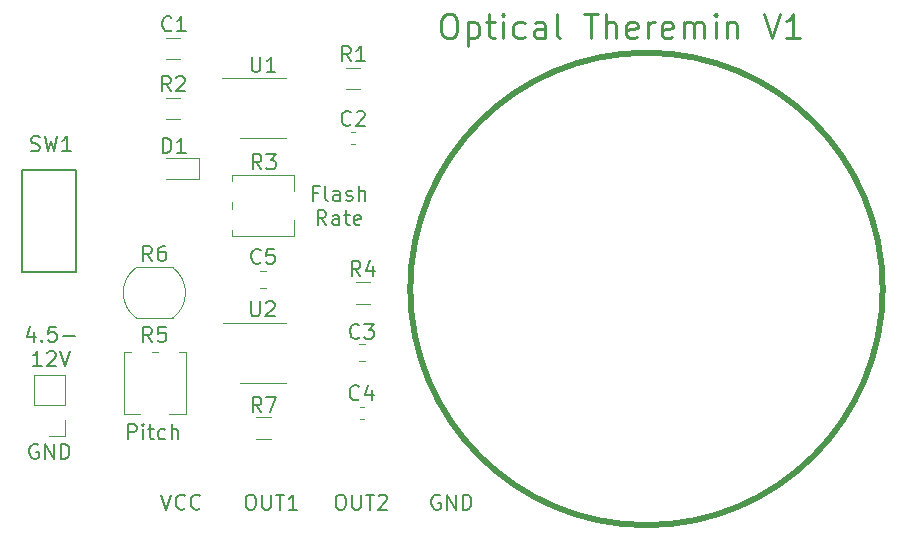
<source format=gbr>
G04 #@! TF.GenerationSoftware,KiCad,Pcbnew,(5.1.5)-3*
G04 #@! TF.CreationDate,2020-06-16T01:41:36-04:00*
G04 #@! TF.ProjectId,SMT-Theremin-v1,534d542d-5468-4657-9265-6d696e2d7631,rev?*
G04 #@! TF.SameCoordinates,Original*
G04 #@! TF.FileFunction,Legend,Top*
G04 #@! TF.FilePolarity,Positive*
%FSLAX46Y46*%
G04 Gerber Fmt 4.6, Leading zero omitted, Abs format (unit mm)*
G04 Created by KiCad (PCBNEW (5.1.5)-3) date 2020-06-16 01:41:36*
%MOMM*%
%LPD*%
G04 APERTURE LIST*
%ADD10C,0.177800*%
%ADD11C,0.254000*%
%ADD12C,0.500000*%
%ADD13C,0.120000*%
%ADD14C,0.150000*%
G04 APERTURE END LIST*
D10*
X117142380Y-113030000D02*
X117021428Y-112969523D01*
X116840000Y-112969523D01*
X116658571Y-113030000D01*
X116537619Y-113150952D01*
X116477142Y-113271904D01*
X116416666Y-113513809D01*
X116416666Y-113695238D01*
X116477142Y-113937142D01*
X116537619Y-114058095D01*
X116658571Y-114179047D01*
X116840000Y-114239523D01*
X116960952Y-114239523D01*
X117142380Y-114179047D01*
X117202857Y-114118571D01*
X117202857Y-113695238D01*
X116960952Y-113695238D01*
X117747142Y-114239523D02*
X117747142Y-112969523D01*
X118472857Y-114239523D01*
X118472857Y-112969523D01*
X119077619Y-114239523D02*
X119077619Y-112969523D01*
X119380000Y-112969523D01*
X119561428Y-113030000D01*
X119682380Y-113150952D01*
X119742857Y-113271904D01*
X119803333Y-113513809D01*
X119803333Y-113695238D01*
X119742857Y-113937142D01*
X119682380Y-114058095D01*
X119561428Y-114179047D01*
X119380000Y-114239523D01*
X119077619Y-114239523D01*
X108615238Y-112969523D02*
X108857142Y-112969523D01*
X108978095Y-113030000D01*
X109099047Y-113150952D01*
X109159523Y-113392857D01*
X109159523Y-113816190D01*
X109099047Y-114058095D01*
X108978095Y-114179047D01*
X108857142Y-114239523D01*
X108615238Y-114239523D01*
X108494285Y-114179047D01*
X108373333Y-114058095D01*
X108312857Y-113816190D01*
X108312857Y-113392857D01*
X108373333Y-113150952D01*
X108494285Y-113030000D01*
X108615238Y-112969523D01*
X109703809Y-112969523D02*
X109703809Y-113997619D01*
X109764285Y-114118571D01*
X109824761Y-114179047D01*
X109945714Y-114239523D01*
X110187619Y-114239523D01*
X110308571Y-114179047D01*
X110369047Y-114118571D01*
X110429523Y-113997619D01*
X110429523Y-112969523D01*
X110852857Y-112969523D02*
X111578571Y-112969523D01*
X111215714Y-114239523D02*
X111215714Y-112969523D01*
X111941428Y-113090476D02*
X112001904Y-113030000D01*
X112122857Y-112969523D01*
X112425238Y-112969523D01*
X112546190Y-113030000D01*
X112606666Y-113090476D01*
X112667142Y-113211428D01*
X112667142Y-113332380D01*
X112606666Y-113513809D01*
X111880952Y-114239523D01*
X112667142Y-114239523D01*
X100995238Y-112969523D02*
X101237142Y-112969523D01*
X101358095Y-113030000D01*
X101479047Y-113150952D01*
X101539523Y-113392857D01*
X101539523Y-113816190D01*
X101479047Y-114058095D01*
X101358095Y-114179047D01*
X101237142Y-114239523D01*
X100995238Y-114239523D01*
X100874285Y-114179047D01*
X100753333Y-114058095D01*
X100692857Y-113816190D01*
X100692857Y-113392857D01*
X100753333Y-113150952D01*
X100874285Y-113030000D01*
X100995238Y-112969523D01*
X102083809Y-112969523D02*
X102083809Y-113997619D01*
X102144285Y-114118571D01*
X102204761Y-114179047D01*
X102325714Y-114239523D01*
X102567619Y-114239523D01*
X102688571Y-114179047D01*
X102749047Y-114118571D01*
X102809523Y-113997619D01*
X102809523Y-112969523D01*
X103232857Y-112969523D02*
X103958571Y-112969523D01*
X103595714Y-114239523D02*
X103595714Y-112969523D01*
X105047142Y-114239523D02*
X104321428Y-114239523D01*
X104684285Y-114239523D02*
X104684285Y-112969523D01*
X104563333Y-113150952D01*
X104442380Y-113271904D01*
X104321428Y-113332380D01*
X93556666Y-112969523D02*
X93980000Y-114239523D01*
X94403333Y-112969523D01*
X95552380Y-114118571D02*
X95491904Y-114179047D01*
X95310476Y-114239523D01*
X95189523Y-114239523D01*
X95008095Y-114179047D01*
X94887142Y-114058095D01*
X94826666Y-113937142D01*
X94766190Y-113695238D01*
X94766190Y-113513809D01*
X94826666Y-113271904D01*
X94887142Y-113150952D01*
X95008095Y-113030000D01*
X95189523Y-112969523D01*
X95310476Y-112969523D01*
X95491904Y-113030000D01*
X95552380Y-113090476D01*
X96822380Y-114118571D02*
X96761904Y-114179047D01*
X96580476Y-114239523D01*
X96459523Y-114239523D01*
X96278095Y-114179047D01*
X96157142Y-114058095D01*
X96096666Y-113937142D01*
X96036190Y-113695238D01*
X96036190Y-113513809D01*
X96096666Y-113271904D01*
X96157142Y-113150952D01*
X96278095Y-113030000D01*
X96459523Y-112969523D01*
X96580476Y-112969523D01*
X96761904Y-113030000D01*
X96822380Y-113090476D01*
X90720333Y-108295923D02*
X90720333Y-107025923D01*
X91204142Y-107025923D01*
X91325095Y-107086400D01*
X91385571Y-107146876D01*
X91446047Y-107267828D01*
X91446047Y-107449257D01*
X91385571Y-107570209D01*
X91325095Y-107630685D01*
X91204142Y-107691161D01*
X90720333Y-107691161D01*
X91990333Y-108295923D02*
X91990333Y-107449257D01*
X91990333Y-107025923D02*
X91929857Y-107086400D01*
X91990333Y-107146876D01*
X92050809Y-107086400D01*
X91990333Y-107025923D01*
X91990333Y-107146876D01*
X92413666Y-107449257D02*
X92897476Y-107449257D01*
X92595095Y-107025923D02*
X92595095Y-108114495D01*
X92655571Y-108235447D01*
X92776523Y-108295923D01*
X92897476Y-108295923D01*
X93865095Y-108235447D02*
X93744142Y-108295923D01*
X93502238Y-108295923D01*
X93381285Y-108235447D01*
X93320809Y-108174971D01*
X93260333Y-108054019D01*
X93260333Y-107691161D01*
X93320809Y-107570209D01*
X93381285Y-107509733D01*
X93502238Y-107449257D01*
X93744142Y-107449257D01*
X93865095Y-107509733D01*
X94409380Y-108295923D02*
X94409380Y-107025923D01*
X94953666Y-108295923D02*
X94953666Y-107630685D01*
X94893190Y-107509733D01*
X94772238Y-107449257D01*
X94590809Y-107449257D01*
X94469857Y-107509733D01*
X94409380Y-107570209D01*
X106770714Y-87412285D02*
X106347380Y-87412285D01*
X106347380Y-88077523D02*
X106347380Y-86807523D01*
X106952142Y-86807523D01*
X107617380Y-88077523D02*
X107496428Y-88017047D01*
X107435952Y-87896095D01*
X107435952Y-86807523D01*
X108645476Y-88077523D02*
X108645476Y-87412285D01*
X108585000Y-87291333D01*
X108464047Y-87230857D01*
X108222142Y-87230857D01*
X108101190Y-87291333D01*
X108645476Y-88017047D02*
X108524523Y-88077523D01*
X108222142Y-88077523D01*
X108101190Y-88017047D01*
X108040714Y-87896095D01*
X108040714Y-87775142D01*
X108101190Y-87654190D01*
X108222142Y-87593714D01*
X108524523Y-87593714D01*
X108645476Y-87533238D01*
X109189761Y-88017047D02*
X109310714Y-88077523D01*
X109552619Y-88077523D01*
X109673571Y-88017047D01*
X109734047Y-87896095D01*
X109734047Y-87835619D01*
X109673571Y-87714666D01*
X109552619Y-87654190D01*
X109371190Y-87654190D01*
X109250238Y-87593714D01*
X109189761Y-87472761D01*
X109189761Y-87412285D01*
X109250238Y-87291333D01*
X109371190Y-87230857D01*
X109552619Y-87230857D01*
X109673571Y-87291333D01*
X110278333Y-88077523D02*
X110278333Y-86807523D01*
X110822619Y-88077523D02*
X110822619Y-87412285D01*
X110762142Y-87291333D01*
X110641190Y-87230857D01*
X110459761Y-87230857D01*
X110338809Y-87291333D01*
X110278333Y-87351809D01*
X107496428Y-90160323D02*
X107073095Y-89555561D01*
X106770714Y-90160323D02*
X106770714Y-88890323D01*
X107254523Y-88890323D01*
X107375476Y-88950800D01*
X107435952Y-89011276D01*
X107496428Y-89132228D01*
X107496428Y-89313657D01*
X107435952Y-89434609D01*
X107375476Y-89495085D01*
X107254523Y-89555561D01*
X106770714Y-89555561D01*
X108585000Y-90160323D02*
X108585000Y-89495085D01*
X108524523Y-89374133D01*
X108403571Y-89313657D01*
X108161666Y-89313657D01*
X108040714Y-89374133D01*
X108585000Y-90099847D02*
X108464047Y-90160323D01*
X108161666Y-90160323D01*
X108040714Y-90099847D01*
X107980238Y-89978895D01*
X107980238Y-89857942D01*
X108040714Y-89736990D01*
X108161666Y-89676514D01*
X108464047Y-89676514D01*
X108585000Y-89616038D01*
X109008333Y-89313657D02*
X109492142Y-89313657D01*
X109189761Y-88890323D02*
X109189761Y-89978895D01*
X109250238Y-90099847D01*
X109371190Y-90160323D01*
X109492142Y-90160323D01*
X110399285Y-90099847D02*
X110278333Y-90160323D01*
X110036428Y-90160323D01*
X109915476Y-90099847D01*
X109855000Y-89978895D01*
X109855000Y-89495085D01*
X109915476Y-89374133D01*
X110036428Y-89313657D01*
X110278333Y-89313657D01*
X110399285Y-89374133D01*
X110459761Y-89495085D01*
X110459761Y-89616038D01*
X109855000Y-89736990D01*
X82749571Y-99168857D02*
X82749571Y-100015523D01*
X82447190Y-98685047D02*
X82144809Y-99592190D01*
X82931000Y-99592190D01*
X83414809Y-99894571D02*
X83475285Y-99955047D01*
X83414809Y-100015523D01*
X83354333Y-99955047D01*
X83414809Y-99894571D01*
X83414809Y-100015523D01*
X84624333Y-98745523D02*
X84019571Y-98745523D01*
X83959095Y-99350285D01*
X84019571Y-99289809D01*
X84140523Y-99229333D01*
X84442904Y-99229333D01*
X84563857Y-99289809D01*
X84624333Y-99350285D01*
X84684809Y-99471238D01*
X84684809Y-99773619D01*
X84624333Y-99894571D01*
X84563857Y-99955047D01*
X84442904Y-100015523D01*
X84140523Y-100015523D01*
X84019571Y-99955047D01*
X83959095Y-99894571D01*
X85229095Y-99531714D02*
X86196714Y-99531714D01*
X83414809Y-102098323D02*
X82689095Y-102098323D01*
X83051952Y-102098323D02*
X83051952Y-100828323D01*
X82931000Y-101009752D01*
X82810047Y-101130704D01*
X82689095Y-101191180D01*
X83898619Y-100949276D02*
X83959095Y-100888800D01*
X84080047Y-100828323D01*
X84382428Y-100828323D01*
X84503380Y-100888800D01*
X84563857Y-100949276D01*
X84624333Y-101070228D01*
X84624333Y-101191180D01*
X84563857Y-101372609D01*
X83838142Y-102098323D01*
X84624333Y-102098323D01*
X84987190Y-100828323D02*
X85410523Y-102098323D01*
X85833857Y-100828323D01*
X83106380Y-108737400D02*
X82985428Y-108676923D01*
X82804000Y-108676923D01*
X82622571Y-108737400D01*
X82501619Y-108858352D01*
X82441142Y-108979304D01*
X82380666Y-109221209D01*
X82380666Y-109402638D01*
X82441142Y-109644542D01*
X82501619Y-109765495D01*
X82622571Y-109886447D01*
X82804000Y-109946923D01*
X82924952Y-109946923D01*
X83106380Y-109886447D01*
X83166857Y-109825971D01*
X83166857Y-109402638D01*
X82924952Y-109402638D01*
X83711142Y-109946923D02*
X83711142Y-108676923D01*
X84436857Y-109946923D01*
X84436857Y-108676923D01*
X85041619Y-109946923D02*
X85041619Y-108676923D01*
X85344000Y-108676923D01*
X85525428Y-108737400D01*
X85646380Y-108858352D01*
X85706857Y-108979304D01*
X85767333Y-109221209D01*
X85767333Y-109402638D01*
X85706857Y-109644542D01*
X85646380Y-109765495D01*
X85525428Y-109886447D01*
X85344000Y-109946923D01*
X85041619Y-109946923D01*
D11*
X117727790Y-72293238D02*
X118114838Y-72293238D01*
X118308361Y-72390000D01*
X118501885Y-72583523D01*
X118598647Y-72970571D01*
X118598647Y-73647904D01*
X118501885Y-74034952D01*
X118308361Y-74228476D01*
X118114838Y-74325238D01*
X117727790Y-74325238D01*
X117534266Y-74228476D01*
X117340742Y-74034952D01*
X117243980Y-73647904D01*
X117243980Y-72970571D01*
X117340742Y-72583523D01*
X117534266Y-72390000D01*
X117727790Y-72293238D01*
X119469504Y-72970571D02*
X119469504Y-75002571D01*
X119469504Y-73067333D02*
X119663028Y-72970571D01*
X120050076Y-72970571D01*
X120243600Y-73067333D01*
X120340361Y-73164095D01*
X120437123Y-73357619D01*
X120437123Y-73938190D01*
X120340361Y-74131714D01*
X120243600Y-74228476D01*
X120050076Y-74325238D01*
X119663028Y-74325238D01*
X119469504Y-74228476D01*
X121017695Y-72970571D02*
X121791790Y-72970571D01*
X121307980Y-72293238D02*
X121307980Y-74034952D01*
X121404742Y-74228476D01*
X121598266Y-74325238D01*
X121791790Y-74325238D01*
X122469123Y-74325238D02*
X122469123Y-72970571D01*
X122469123Y-72293238D02*
X122372361Y-72390000D01*
X122469123Y-72486761D01*
X122565885Y-72390000D01*
X122469123Y-72293238D01*
X122469123Y-72486761D01*
X124307600Y-74228476D02*
X124114076Y-74325238D01*
X123727028Y-74325238D01*
X123533504Y-74228476D01*
X123436742Y-74131714D01*
X123339980Y-73938190D01*
X123339980Y-73357619D01*
X123436742Y-73164095D01*
X123533504Y-73067333D01*
X123727028Y-72970571D01*
X124114076Y-72970571D01*
X124307600Y-73067333D01*
X126049314Y-74325238D02*
X126049314Y-73260857D01*
X125952552Y-73067333D01*
X125759028Y-72970571D01*
X125371980Y-72970571D01*
X125178457Y-73067333D01*
X126049314Y-74228476D02*
X125855790Y-74325238D01*
X125371980Y-74325238D01*
X125178457Y-74228476D01*
X125081695Y-74034952D01*
X125081695Y-73841428D01*
X125178457Y-73647904D01*
X125371980Y-73551142D01*
X125855790Y-73551142D01*
X126049314Y-73454380D01*
X127307219Y-74325238D02*
X127113695Y-74228476D01*
X127016933Y-74034952D01*
X127016933Y-72293238D01*
X129339219Y-72293238D02*
X130500361Y-72293238D01*
X129919790Y-74325238D02*
X129919790Y-72293238D01*
X131177695Y-74325238D02*
X131177695Y-72293238D01*
X132048552Y-74325238D02*
X132048552Y-73260857D01*
X131951790Y-73067333D01*
X131758266Y-72970571D01*
X131467980Y-72970571D01*
X131274457Y-73067333D01*
X131177695Y-73164095D01*
X133790266Y-74228476D02*
X133596742Y-74325238D01*
X133209695Y-74325238D01*
X133016171Y-74228476D01*
X132919409Y-74034952D01*
X132919409Y-73260857D01*
X133016171Y-73067333D01*
X133209695Y-72970571D01*
X133596742Y-72970571D01*
X133790266Y-73067333D01*
X133887028Y-73260857D01*
X133887028Y-73454380D01*
X132919409Y-73647904D01*
X134757885Y-74325238D02*
X134757885Y-72970571D01*
X134757885Y-73357619D02*
X134854647Y-73164095D01*
X134951409Y-73067333D01*
X135144933Y-72970571D01*
X135338457Y-72970571D01*
X136789885Y-74228476D02*
X136596361Y-74325238D01*
X136209314Y-74325238D01*
X136015790Y-74228476D01*
X135919028Y-74034952D01*
X135919028Y-73260857D01*
X136015790Y-73067333D01*
X136209314Y-72970571D01*
X136596361Y-72970571D01*
X136789885Y-73067333D01*
X136886647Y-73260857D01*
X136886647Y-73454380D01*
X135919028Y-73647904D01*
X137757504Y-74325238D02*
X137757504Y-72970571D01*
X137757504Y-73164095D02*
X137854266Y-73067333D01*
X138047790Y-72970571D01*
X138338076Y-72970571D01*
X138531600Y-73067333D01*
X138628361Y-73260857D01*
X138628361Y-74325238D01*
X138628361Y-73260857D02*
X138725123Y-73067333D01*
X138918647Y-72970571D01*
X139208933Y-72970571D01*
X139402457Y-73067333D01*
X139499219Y-73260857D01*
X139499219Y-74325238D01*
X140466838Y-74325238D02*
X140466838Y-72970571D01*
X140466838Y-72293238D02*
X140370076Y-72390000D01*
X140466838Y-72486761D01*
X140563600Y-72390000D01*
X140466838Y-72293238D01*
X140466838Y-72486761D01*
X141434457Y-72970571D02*
X141434457Y-74325238D01*
X141434457Y-73164095D02*
X141531219Y-73067333D01*
X141724742Y-72970571D01*
X142015028Y-72970571D01*
X142208552Y-73067333D01*
X142305314Y-73260857D01*
X142305314Y-74325238D01*
X144530838Y-72293238D02*
X145208171Y-74325238D01*
X145885504Y-72293238D01*
X147627219Y-74325238D02*
X146466076Y-74325238D01*
X147046647Y-74325238D02*
X147046647Y-72293238D01*
X146853123Y-72583523D01*
X146659600Y-72777047D01*
X146466076Y-72873809D01*
D12*
X154620000Y-95561001D02*
G75*
G03X154620000Y-95561001I-20000000J0D01*
G01*
D13*
X95140864Y-76094000D02*
X93936736Y-76094000D01*
X95140864Y-74274000D02*
X93936736Y-74274000D01*
X110776652Y-101675000D02*
X110254148Y-101675000D01*
X110776652Y-100255000D02*
X110254148Y-100255000D01*
X93938800Y-84464000D02*
X96748600Y-84464000D01*
X96748600Y-86224000D02*
X93938800Y-86224000D01*
X96748600Y-86224000D02*
X96748600Y-84464000D01*
X110380864Y-78634000D02*
X109176736Y-78634000D01*
X110380864Y-76814000D02*
X109176736Y-76814000D01*
X111244464Y-94975000D02*
X110040336Y-94975000D01*
X111244464Y-96795000D02*
X110040336Y-96795000D01*
X93936736Y-79354000D02*
X95140864Y-79354000D01*
X93936736Y-81174000D02*
X95140864Y-81174000D01*
X94490400Y-93735000D02*
X91440400Y-93735000D01*
X94490400Y-98035000D02*
X91440400Y-98035000D01*
X94468634Y-98050526D02*
G75*
G03X94490400Y-93735000I-1528234J2165526D01*
G01*
X91395887Y-93766751D02*
G75*
G03X91440400Y-98035000I1544513J-2118249D01*
G01*
X102158800Y-77704000D02*
X98708800Y-77704000D01*
X102158800Y-77704000D02*
X104108800Y-77704000D01*
X102158800Y-82824000D02*
X100208800Y-82824000D01*
X102158800Y-82824000D02*
X104108800Y-82824000D01*
X102184200Y-103525000D02*
X104134200Y-103525000D01*
X102184200Y-103525000D02*
X100234200Y-103525000D01*
X102184200Y-98405000D02*
X104134200Y-98405000D01*
X102184200Y-98405000D02*
X98734200Y-98405000D01*
X101897548Y-94032000D02*
X102420052Y-94032000D01*
X101897548Y-95452000D02*
X102420052Y-95452000D01*
X85404000Y-102810000D02*
X82744000Y-102810000D01*
X85404000Y-105410000D02*
X85404000Y-102810000D01*
X82744000Y-105410000D02*
X82744000Y-102810000D01*
X85404000Y-105410000D02*
X82744000Y-105410000D01*
X85404000Y-106680000D02*
X85404000Y-108010000D01*
X85404000Y-108010000D02*
X84074000Y-108010000D01*
X90369400Y-106125000D02*
X90369400Y-100885000D01*
X95609400Y-106125000D02*
X95609400Y-100885000D01*
X90369400Y-106125000D02*
X91749400Y-106125000D01*
X94229400Y-106125000D02*
X95609400Y-106125000D01*
X90369400Y-100885000D02*
X90950400Y-100885000D01*
X92729400Y-100885000D02*
X93249400Y-100885000D01*
X95029400Y-100885000D02*
X95609400Y-100885000D01*
X99538800Y-86453600D02*
X99538800Y-85873600D01*
X99538800Y-88753600D02*
X99538800Y-88233600D01*
X99538800Y-91113600D02*
X99538800Y-90532600D01*
X104778800Y-87253600D02*
X104778800Y-85873600D01*
X104778800Y-91113600D02*
X104778800Y-89733600D01*
X104778800Y-85873600D02*
X99538800Y-85873600D01*
X104778800Y-91113600D02*
X99538800Y-91113600D01*
X109950067Y-83314000D02*
X109607533Y-83314000D01*
X109950067Y-82294000D02*
X109607533Y-82294000D01*
X110686667Y-105535000D02*
X110344133Y-105535000D01*
X110686667Y-106555000D02*
X110344133Y-106555000D01*
X102786264Y-108225000D02*
X101582136Y-108225000D01*
X102786264Y-106405000D02*
X101582136Y-106405000D01*
D14*
X81788000Y-94107000D02*
X81788000Y-85471000D01*
X81788000Y-85471000D02*
X86360000Y-85471000D01*
X86360000Y-85471000D02*
X86360000Y-94107000D01*
X86360000Y-94107000D02*
X81788000Y-94107000D01*
D10*
X94403333Y-73630971D02*
X94342857Y-73691447D01*
X94161428Y-73751923D01*
X94040476Y-73751923D01*
X93859047Y-73691447D01*
X93738095Y-73570495D01*
X93677619Y-73449542D01*
X93617142Y-73207638D01*
X93617142Y-73026209D01*
X93677619Y-72784304D01*
X93738095Y-72663352D01*
X93859047Y-72542400D01*
X94040476Y-72481923D01*
X94161428Y-72481923D01*
X94342857Y-72542400D01*
X94403333Y-72602876D01*
X95612857Y-73751923D02*
X94887142Y-73751923D01*
X95250000Y-73751923D02*
X95250000Y-72481923D01*
X95129047Y-72663352D01*
X95008095Y-72784304D01*
X94887142Y-72844780D01*
X110303733Y-99665971D02*
X110243257Y-99726447D01*
X110061828Y-99786923D01*
X109940876Y-99786923D01*
X109759447Y-99726447D01*
X109638495Y-99605495D01*
X109578019Y-99484542D01*
X109517542Y-99242638D01*
X109517542Y-99061209D01*
X109578019Y-98819304D01*
X109638495Y-98698352D01*
X109759447Y-98577400D01*
X109940876Y-98516923D01*
X110061828Y-98516923D01*
X110243257Y-98577400D01*
X110303733Y-98637876D01*
X110727066Y-98516923D02*
X111513257Y-98516923D01*
X111089923Y-99000733D01*
X111271352Y-99000733D01*
X111392304Y-99061209D01*
X111452780Y-99121685D01*
X111513257Y-99242638D01*
X111513257Y-99545019D01*
X111452780Y-99665971D01*
X111392304Y-99726447D01*
X111271352Y-99786923D01*
X110908495Y-99786923D01*
X110787542Y-99726447D01*
X110727066Y-99665971D01*
X93677619Y-84038923D02*
X93677619Y-82768923D01*
X93980000Y-82768923D01*
X94161428Y-82829400D01*
X94282380Y-82950352D01*
X94342857Y-83071304D01*
X94403333Y-83313209D01*
X94403333Y-83494638D01*
X94342857Y-83736542D01*
X94282380Y-83857495D01*
X94161428Y-83978447D01*
X93980000Y-84038923D01*
X93677619Y-84038923D01*
X95612857Y-84038923D02*
X94887142Y-84038923D01*
X95250000Y-84038923D02*
X95250000Y-82768923D01*
X95129047Y-82950352D01*
X95008095Y-83071304D01*
X94887142Y-83131780D01*
X109567133Y-76291923D02*
X109143800Y-75687161D01*
X108841419Y-76291923D02*
X108841419Y-75021923D01*
X109325228Y-75021923D01*
X109446180Y-75082400D01*
X109506657Y-75142876D01*
X109567133Y-75263828D01*
X109567133Y-75445257D01*
X109506657Y-75566209D01*
X109446180Y-75626685D01*
X109325228Y-75687161D01*
X108841419Y-75687161D01*
X110776657Y-76291923D02*
X110050942Y-76291923D01*
X110413800Y-76291923D02*
X110413800Y-75021923D01*
X110292847Y-75203352D01*
X110171895Y-75324304D01*
X110050942Y-75384780D01*
X110405333Y-94452923D02*
X109982000Y-93848161D01*
X109679619Y-94452923D02*
X109679619Y-93182923D01*
X110163428Y-93182923D01*
X110284380Y-93243400D01*
X110344857Y-93303876D01*
X110405333Y-93424828D01*
X110405333Y-93606257D01*
X110344857Y-93727209D01*
X110284380Y-93787685D01*
X110163428Y-93848161D01*
X109679619Y-93848161D01*
X111493904Y-93606257D02*
X111493904Y-94452923D01*
X111191523Y-93122447D02*
X110889142Y-94029590D01*
X111675333Y-94029590D01*
X94327133Y-78831923D02*
X93903800Y-78227161D01*
X93601419Y-78831923D02*
X93601419Y-77561923D01*
X94085228Y-77561923D01*
X94206180Y-77622400D01*
X94266657Y-77682876D01*
X94327133Y-77803828D01*
X94327133Y-77985257D01*
X94266657Y-78106209D01*
X94206180Y-78166685D01*
X94085228Y-78227161D01*
X93601419Y-78227161D01*
X94810942Y-77682876D02*
X94871419Y-77622400D01*
X94992371Y-77561923D01*
X95294752Y-77561923D01*
X95415704Y-77622400D01*
X95476180Y-77682876D01*
X95536657Y-77803828D01*
X95536657Y-77924780D01*
X95476180Y-78106209D01*
X94750466Y-78831923D01*
X95536657Y-78831923D01*
X92752333Y-93182923D02*
X92329000Y-92578161D01*
X92026619Y-93182923D02*
X92026619Y-91912923D01*
X92510428Y-91912923D01*
X92631380Y-91973400D01*
X92691857Y-92033876D01*
X92752333Y-92154828D01*
X92752333Y-92336257D01*
X92691857Y-92457209D01*
X92631380Y-92517685D01*
X92510428Y-92578161D01*
X92026619Y-92578161D01*
X93840904Y-91912923D02*
X93599000Y-91912923D01*
X93478047Y-91973400D01*
X93417571Y-92033876D01*
X93296619Y-92215304D01*
X93236142Y-92457209D01*
X93236142Y-92941019D01*
X93296619Y-93061971D01*
X93357095Y-93122447D01*
X93478047Y-93182923D01*
X93719952Y-93182923D01*
X93840904Y-93122447D01*
X93901380Y-93061971D01*
X93961857Y-92941019D01*
X93961857Y-92638638D01*
X93901380Y-92517685D01*
X93840904Y-92457209D01*
X93719952Y-92396733D01*
X93478047Y-92396733D01*
X93357095Y-92457209D01*
X93296619Y-92517685D01*
X93236142Y-92638638D01*
X101191180Y-75910923D02*
X101191180Y-76939019D01*
X101251657Y-77059971D01*
X101312133Y-77120447D01*
X101433085Y-77180923D01*
X101674990Y-77180923D01*
X101795942Y-77120447D01*
X101856419Y-77059971D01*
X101916895Y-76939019D01*
X101916895Y-75910923D01*
X103186895Y-77180923D02*
X102461180Y-77180923D01*
X102824038Y-77180923D02*
X102824038Y-75910923D01*
X102703085Y-76092352D01*
X102582133Y-76213304D01*
X102461180Y-76273780D01*
X101140380Y-96611923D02*
X101140380Y-97640019D01*
X101200857Y-97760971D01*
X101261333Y-97821447D01*
X101382285Y-97881923D01*
X101624190Y-97881923D01*
X101745142Y-97821447D01*
X101805619Y-97760971D01*
X101866095Y-97640019D01*
X101866095Y-96611923D01*
X102410380Y-96732876D02*
X102470857Y-96672400D01*
X102591809Y-96611923D01*
X102894190Y-96611923D01*
X103015142Y-96672400D01*
X103075619Y-96732876D01*
X103136095Y-96853828D01*
X103136095Y-96974780D01*
X103075619Y-97156209D01*
X102349904Y-97881923D01*
X103136095Y-97881923D01*
X101947133Y-93315971D02*
X101886657Y-93376447D01*
X101705228Y-93436923D01*
X101584276Y-93436923D01*
X101402847Y-93376447D01*
X101281895Y-93255495D01*
X101221419Y-93134542D01*
X101160942Y-92892638D01*
X101160942Y-92711209D01*
X101221419Y-92469304D01*
X101281895Y-92348352D01*
X101402847Y-92227400D01*
X101584276Y-92166923D01*
X101705228Y-92166923D01*
X101886657Y-92227400D01*
X101947133Y-92287876D01*
X103096180Y-92166923D02*
X102491419Y-92166923D01*
X102430942Y-92771685D01*
X102491419Y-92711209D01*
X102612371Y-92650733D01*
X102914752Y-92650733D01*
X103035704Y-92711209D01*
X103096180Y-92771685D01*
X103156657Y-92892638D01*
X103156657Y-93195019D01*
X103096180Y-93315971D01*
X103035704Y-93376447D01*
X102914752Y-93436923D01*
X102612371Y-93436923D01*
X102491419Y-93376447D01*
X102430942Y-93315971D01*
X92752333Y-100040923D02*
X92329000Y-99436161D01*
X92026619Y-100040923D02*
X92026619Y-98770923D01*
X92510428Y-98770923D01*
X92631380Y-98831400D01*
X92691857Y-98891876D01*
X92752333Y-99012828D01*
X92752333Y-99194257D01*
X92691857Y-99315209D01*
X92631380Y-99375685D01*
X92510428Y-99436161D01*
X92026619Y-99436161D01*
X93901380Y-98770923D02*
X93296619Y-98770923D01*
X93236142Y-99375685D01*
X93296619Y-99315209D01*
X93417571Y-99254733D01*
X93719952Y-99254733D01*
X93840904Y-99315209D01*
X93901380Y-99375685D01*
X93961857Y-99496638D01*
X93961857Y-99799019D01*
X93901380Y-99919971D01*
X93840904Y-99980447D01*
X93719952Y-100040923D01*
X93417571Y-100040923D01*
X93296619Y-99980447D01*
X93236142Y-99919971D01*
X102023333Y-85435923D02*
X101600000Y-84831161D01*
X101297619Y-85435923D02*
X101297619Y-84165923D01*
X101781428Y-84165923D01*
X101902380Y-84226400D01*
X101962857Y-84286876D01*
X102023333Y-84407828D01*
X102023333Y-84589257D01*
X101962857Y-84710209D01*
X101902380Y-84770685D01*
X101781428Y-84831161D01*
X101297619Y-84831161D01*
X102446666Y-84165923D02*
X103232857Y-84165923D01*
X102809523Y-84649733D01*
X102990952Y-84649733D01*
X103111904Y-84710209D01*
X103172380Y-84770685D01*
X103232857Y-84891638D01*
X103232857Y-85194019D01*
X103172380Y-85314971D01*
X103111904Y-85375447D01*
X102990952Y-85435923D01*
X102628095Y-85435923D01*
X102507142Y-85375447D01*
X102446666Y-85314971D01*
X109592533Y-81631971D02*
X109532057Y-81692447D01*
X109350628Y-81752923D01*
X109229676Y-81752923D01*
X109048247Y-81692447D01*
X108927295Y-81571495D01*
X108866819Y-81450542D01*
X108806342Y-81208638D01*
X108806342Y-81027209D01*
X108866819Y-80785304D01*
X108927295Y-80664352D01*
X109048247Y-80543400D01*
X109229676Y-80482923D01*
X109350628Y-80482923D01*
X109532057Y-80543400D01*
X109592533Y-80603876D01*
X110076342Y-80603876D02*
X110136819Y-80543400D01*
X110257771Y-80482923D01*
X110560152Y-80482923D01*
X110681104Y-80543400D01*
X110741580Y-80603876D01*
X110802057Y-80724828D01*
X110802057Y-80845780D01*
X110741580Y-81027209D01*
X110015866Y-81752923D01*
X110802057Y-81752923D01*
X110278333Y-104872971D02*
X110217857Y-104933447D01*
X110036428Y-104993923D01*
X109915476Y-104993923D01*
X109734047Y-104933447D01*
X109613095Y-104812495D01*
X109552619Y-104691542D01*
X109492142Y-104449638D01*
X109492142Y-104268209D01*
X109552619Y-104026304D01*
X109613095Y-103905352D01*
X109734047Y-103784400D01*
X109915476Y-103723923D01*
X110036428Y-103723923D01*
X110217857Y-103784400D01*
X110278333Y-103844876D01*
X111366904Y-104147257D02*
X111366904Y-104993923D01*
X111064523Y-103663447D02*
X110762142Y-104570590D01*
X111548333Y-104570590D01*
X102023333Y-106009923D02*
X101600000Y-105405161D01*
X101297619Y-106009923D02*
X101297619Y-104739923D01*
X101781428Y-104739923D01*
X101902380Y-104800400D01*
X101962857Y-104860876D01*
X102023333Y-104981828D01*
X102023333Y-105163257D01*
X101962857Y-105284209D01*
X101902380Y-105344685D01*
X101781428Y-105405161D01*
X101297619Y-105405161D01*
X102446666Y-104739923D02*
X103293333Y-104739923D01*
X102749047Y-106009923D01*
X82507666Y-83851447D02*
X82689095Y-83911923D01*
X82991476Y-83911923D01*
X83112428Y-83851447D01*
X83172904Y-83790971D01*
X83233380Y-83670019D01*
X83233380Y-83549066D01*
X83172904Y-83428114D01*
X83112428Y-83367638D01*
X82991476Y-83307161D01*
X82749571Y-83246685D01*
X82628619Y-83186209D01*
X82568142Y-83125733D01*
X82507666Y-83004780D01*
X82507666Y-82883828D01*
X82568142Y-82762876D01*
X82628619Y-82702400D01*
X82749571Y-82641923D01*
X83051952Y-82641923D01*
X83233380Y-82702400D01*
X83656714Y-82641923D02*
X83959095Y-83911923D01*
X84201000Y-83004780D01*
X84442904Y-83911923D01*
X84745285Y-82641923D01*
X85894333Y-83911923D02*
X85168619Y-83911923D01*
X85531476Y-83911923D02*
X85531476Y-82641923D01*
X85410523Y-82823352D01*
X85289571Y-82944304D01*
X85168619Y-83004780D01*
M02*

</source>
